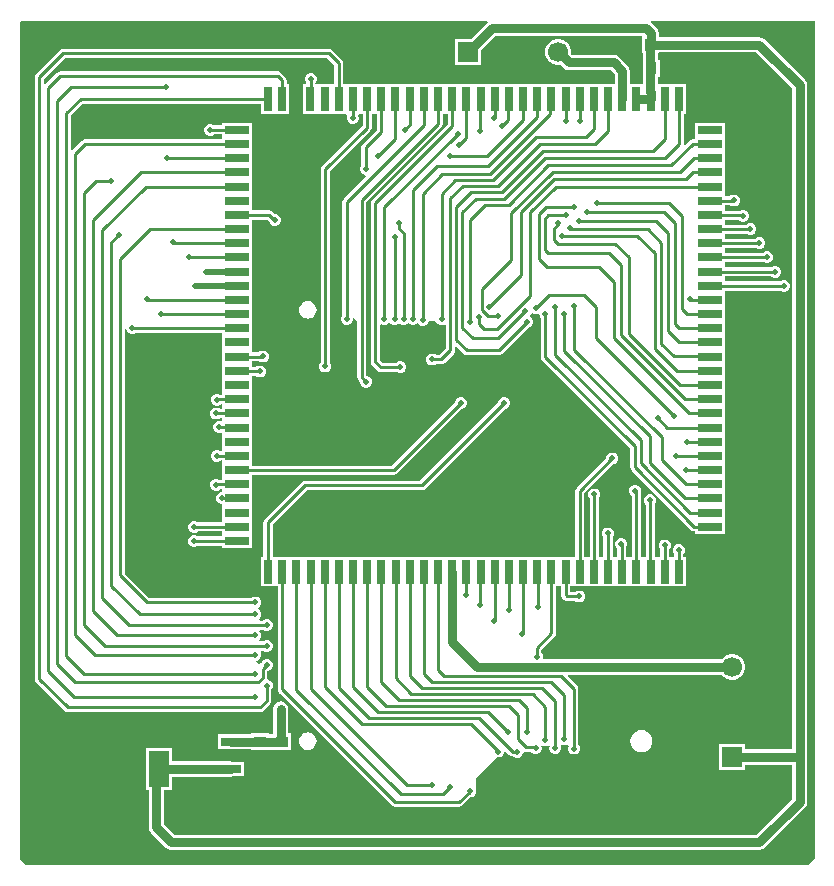
<source format=gtl>
G04*
G04 #@! TF.GenerationSoftware,Altium Limited,Altium Designer,22.1.2 (22)*
G04*
G04 Layer_Physical_Order=1*
G04 Layer_Color=255*
%FSLAX25Y25*%
%MOIN*%
G70*
G04*
G04 #@! TF.SameCoordinates,691D6CEF-7681-4429-9CE0-D2776B591AA1*
G04*
G04*
G04 #@! TF.FilePolarity,Positive*
G04*
G01*
G75*
%ADD11C,0.01000*%
%ADD17R,0.03858X0.03661*%
%ADD18R,0.03661X0.03858*%
%ADD19R,0.07874X0.02756*%
%ADD20R,0.02756X0.07874*%
%ADD21R,0.06693X0.02953*%
%ADD22R,0.06693X0.12205*%
%ADD32C,0.03000*%
%ADD33C,0.02000*%
%ADD34C,0.06693*%
%ADD35R,0.06693X0.06693*%
%ADD36R,0.06693X0.06693*%
%ADD37C,0.01968*%
G36*
X168971Y96367D02*
Y-182867D01*
X166867Y-184971D01*
X-93866D01*
X-95971Y-182867D01*
Y95867D01*
X-95367Y96471D01*
X59798D01*
X59949Y95971D01*
X59698Y95802D01*
X54242Y90346D01*
X49154D01*
Y81653D01*
X57846D01*
Y86742D01*
X62556Y91451D01*
X110925D01*
X111393Y91375D01*
Y85517D01*
X111675D01*
Y83429D01*
X111638D01*
Y77571D01*
X111675D01*
Y75187D01*
X107373D01*
Y79621D01*
X107179Y80596D01*
X106627Y81423D01*
X103748Y84302D01*
X102921Y84855D01*
X101945Y85049D01*
X88164D01*
X87844Y85418D01*
X87846Y85428D01*
Y86572D01*
X87550Y87678D01*
X86978Y88669D01*
X86169Y89478D01*
X85178Y90050D01*
X84072Y90346D01*
X82928D01*
X81822Y90050D01*
X80831Y89478D01*
X80022Y88669D01*
X79450Y87678D01*
X79154Y86572D01*
Y85428D01*
X79450Y84322D01*
X80022Y83331D01*
X80831Y82522D01*
X81822Y81950D01*
X82928Y81653D01*
X84072D01*
X84288Y81711D01*
X85301Y80698D01*
X86128Y80145D01*
X87104Y79951D01*
X100890D01*
X102275Y78565D01*
Y75187D01*
X11866D01*
Y82164D01*
X11749Y82749D01*
X11418Y83245D01*
X8081Y86581D01*
X7585Y86913D01*
X7000Y87029D01*
X-81500D01*
X-82085Y86913D01*
X-82581Y86581D01*
X-90581Y78581D01*
X-90913Y78085D01*
X-91029Y77500D01*
Y-123000D01*
X-90913Y-123585D01*
X-90581Y-124081D01*
X-81081Y-133581D01*
X-80585Y-133913D01*
X-80000Y-134029D01*
X-16000D01*
X-15415Y-133913D01*
X-14919Y-133581D01*
X-12610Y-131273D01*
X-12279Y-130777D01*
X-12162Y-130192D01*
Y-126491D01*
X-12009Y-126338D01*
X-11707Y-125609D01*
Y-124819D01*
X-12009Y-124090D01*
X-12568Y-123532D01*
X-13297Y-123230D01*
X-13526Y-122730D01*
X-13486Y-122529D01*
Y-120426D01*
X-13297D01*
X-12568Y-120124D01*
X-12009Y-119565D01*
X-11707Y-118836D01*
Y-118047D01*
X-12009Y-117317D01*
X-12568Y-116759D01*
X-13297Y-116457D01*
X-14086D01*
X-14816Y-116759D01*
X-15374Y-117317D01*
X-15557Y-117759D01*
X-16138Y-118015D01*
X-17128Y-117484D01*
X-17114Y-117174D01*
X-17047Y-116960D01*
X-16376Y-116682D01*
X-15818Y-116124D01*
X-15516Y-115395D01*
Y-114605D01*
X-15754Y-114029D01*
X-15511Y-113529D01*
X-14968D01*
X-14816Y-113682D01*
X-14086Y-113984D01*
X-13297D01*
X-12568Y-113682D01*
X-12009Y-113124D01*
X-11707Y-112395D01*
Y-111605D01*
X-12009Y-110876D01*
X-12568Y-110318D01*
X-13297Y-110016D01*
X-14086D01*
X-14816Y-110318D01*
X-14968Y-110471D01*
X-15957D01*
X-16164Y-109971D01*
X-15818Y-109624D01*
X-15516Y-108895D01*
Y-108105D01*
X-15818Y-107376D01*
X-16098Y-107096D01*
X-15891Y-106596D01*
X-14968D01*
X-14816Y-106749D01*
X-14086Y-107051D01*
X-13297D01*
X-12568Y-106749D01*
X-12009Y-106190D01*
X-11707Y-105461D01*
Y-104672D01*
X-12009Y-103942D01*
X-12568Y-103384D01*
X-13297Y-103082D01*
X-14086D01*
X-14816Y-103384D01*
X-14968Y-103537D01*
X-16026D01*
X-16231Y-103037D01*
X-15818Y-102624D01*
X-15516Y-101895D01*
Y-101105D01*
X-15818Y-100376D01*
X-16376Y-99818D01*
X-16490Y-99771D01*
Y-99229D01*
X-16376Y-99182D01*
X-15818Y-98624D01*
X-15516Y-97895D01*
Y-97105D01*
X-15818Y-96376D01*
X-16376Y-95818D01*
X-17105Y-95516D01*
X-17895D01*
X-18624Y-95818D01*
X-18777Y-95971D01*
X-52867D01*
X-60971Y-87866D01*
Y-6428D01*
X-60484Y-6395D01*
X-60182Y-7124D01*
X-59624Y-7682D01*
X-58895Y-7984D01*
X-58105D01*
X-57376Y-7682D01*
X-57280Y-7587D01*
X-28447D01*
Y-13216D01*
Y-17941D01*
Y-22665D01*
Y-28281D01*
X-29052D01*
X-29131Y-28202D01*
X-29860Y-27900D01*
X-30650D01*
X-31379Y-28202D01*
X-31937Y-28760D01*
X-32239Y-29490D01*
Y-30279D01*
X-31937Y-31008D01*
X-31379Y-31567D01*
X-30650Y-31869D01*
X-29860D01*
X-29131Y-31567D01*
X-28947Y-31382D01*
X-28447Y-31442D01*
Y-32951D01*
X-29259D01*
X-29392Y-32818D01*
X-30121Y-32516D01*
X-30910D01*
X-31640Y-32818D01*
X-32198Y-33376D01*
X-32500Y-34105D01*
Y-34895D01*
X-32198Y-35624D01*
X-31640Y-36182D01*
X-30910Y-36484D01*
X-30121D01*
X-29392Y-36182D01*
X-29219Y-36010D01*
X-28447D01*
Y-36747D01*
X-28709Y-37014D01*
X-28862Y-37116D01*
X-29105Y-37016D01*
X-29895D01*
X-30624Y-37318D01*
X-31182Y-37876D01*
X-31484Y-38605D01*
Y-39395D01*
X-31182Y-40124D01*
X-30624Y-40682D01*
X-29895Y-40984D01*
X-29105D01*
X-28862Y-40884D01*
X-28447Y-41161D01*
Y-47104D01*
X-29089D01*
X-29242Y-46952D01*
X-29972Y-46650D01*
X-30761D01*
X-31490Y-46952D01*
X-32048Y-47510D01*
X-32350Y-48239D01*
Y-49029D01*
X-32048Y-49758D01*
X-31490Y-50316D01*
X-30761Y-50618D01*
X-29972D01*
X-29242Y-50316D01*
X-29089Y-50163D01*
X-28447D01*
Y-56639D01*
X-29325D01*
X-29392Y-56572D01*
X-30121Y-56270D01*
X-30910D01*
X-31640Y-56572D01*
X-32198Y-57130D01*
X-32500Y-57859D01*
Y-58649D01*
X-32198Y-59378D01*
X-31640Y-59936D01*
X-30910Y-60238D01*
X-30121D01*
X-29392Y-59936D01*
X-29153Y-59698D01*
X-28447D01*
Y-60759D01*
X-28910D01*
X-29640Y-61061D01*
X-30198Y-61619D01*
X-30500Y-62348D01*
Y-63138D01*
X-30198Y-63867D01*
X-29640Y-64425D01*
X-28910Y-64727D01*
X-28447D01*
Y-70783D01*
X-36642D01*
X-36738Y-70687D01*
X-37467Y-70385D01*
X-38256D01*
X-38986Y-70687D01*
X-39544Y-71245D01*
X-39846Y-71975D01*
Y-72764D01*
X-39544Y-73493D01*
X-38986Y-74051D01*
X-38256Y-74354D01*
X-37467D01*
X-36738Y-74051D01*
X-36528Y-73842D01*
X-28447D01*
Y-75505D01*
X-36703D01*
X-36802Y-75406D01*
X-37531Y-75103D01*
X-38321D01*
X-39050Y-75406D01*
X-39608Y-75964D01*
X-39910Y-76693D01*
Y-77482D01*
X-39608Y-78212D01*
X-39050Y-78770D01*
X-38321Y-79072D01*
X-37531D01*
X-36802Y-78770D01*
X-36595Y-78563D01*
X-28447D01*
Y-79358D01*
X-18573D01*
Y-74634D01*
Y-69909D01*
Y-65185D01*
Y-60461D01*
Y-54958D01*
X28571D01*
X29156Y-54842D01*
X29652Y-54511D01*
X51179Y-32984D01*
X51395D01*
X52124Y-32682D01*
X52682Y-32124D01*
X52984Y-31395D01*
Y-30605D01*
X52682Y-29876D01*
X52124Y-29318D01*
X51395Y-29016D01*
X50605D01*
X49876Y-29318D01*
X49318Y-29876D01*
X49016Y-30605D01*
Y-30821D01*
X27937Y-51900D01*
X-18573D01*
Y-46287D01*
Y-41563D01*
Y-36839D01*
Y-32114D01*
Y-27390D01*
Y-21923D01*
X-17383D01*
X-17124Y-22182D01*
X-16395Y-22484D01*
X-15605D01*
X-14876Y-22182D01*
X-14318Y-21624D01*
X-14016Y-20895D01*
Y-20105D01*
X-14318Y-19376D01*
X-14876Y-18818D01*
X-15605Y-18516D01*
X-16395D01*
X-17124Y-18818D01*
X-17170Y-18864D01*
X-18573D01*
Y-17061D01*
X-16245D01*
X-16124Y-17182D01*
X-15395Y-17484D01*
X-14605D01*
X-13876Y-17182D01*
X-13318Y-16624D01*
X-13016Y-15895D01*
Y-15105D01*
X-13318Y-14376D01*
X-13876Y-13818D01*
X-14605Y-13516D01*
X-15395D01*
X-16124Y-13818D01*
X-16308Y-14002D01*
X-18573D01*
Y-8492D01*
Y-3768D01*
Y957D01*
Y5681D01*
Y10406D01*
Y15130D01*
Y19854D01*
Y24579D01*
Y30152D01*
X-13466D01*
X-12984Y29670D01*
Y29605D01*
X-12682Y28876D01*
X-12124Y28318D01*
X-11395Y28016D01*
X-10605D01*
X-9876Y28318D01*
X-9318Y28876D01*
X-9016Y29605D01*
Y30395D01*
X-9318Y31124D01*
X-9876Y31682D01*
X-10605Y31984D01*
X-10972D01*
X-11751Y32763D01*
X-12247Y33094D01*
X-12832Y33211D01*
X-18573D01*
Y38752D01*
Y43476D01*
Y48201D01*
Y52925D01*
Y57650D01*
Y62406D01*
X-28447D01*
Y61557D01*
X-31251D01*
X-31376Y61682D01*
X-32105Y61984D01*
X-32895D01*
X-33624Y61682D01*
X-34182Y61124D01*
X-34484Y60395D01*
Y59605D01*
X-34182Y58876D01*
X-33624Y58318D01*
X-32895Y58016D01*
X-32105D01*
X-31376Y58318D01*
X-31196Y58498D01*
X-28447D01*
Y56833D01*
X-74197D01*
X-74782Y56716D01*
X-75278Y56385D01*
X-78471Y53192D01*
X-78908Y53329D01*
X-78971Y53377D01*
Y64867D01*
X-75116Y68721D01*
X-15664D01*
Y65313D01*
X-6183D01*
Y75187D01*
X-7032D01*
Y76561D01*
X-7148Y77147D01*
X-7480Y77643D01*
X-8919Y79081D01*
X-9415Y79413D01*
X-10000Y79529D01*
X-82500D01*
X-83085Y79413D01*
X-83581Y79081D01*
X-87471Y75192D01*
X-87908Y75329D01*
X-87971Y75377D01*
Y76867D01*
X-80866Y83971D01*
X6367D01*
X8807Y81530D01*
Y75187D01*
X2529D01*
Y75723D01*
X2682Y75876D01*
X2984Y76605D01*
Y77395D01*
X2682Y78124D01*
X2124Y78682D01*
X1395Y78984D01*
X605D01*
X-124Y78682D01*
X-682Y78124D01*
X-984Y77395D01*
Y76605D01*
X-682Y75876D01*
X-529Y75723D01*
Y75187D01*
X-1491D01*
Y65313D01*
X12855D01*
X13189Y64813D01*
X13016Y64395D01*
Y63605D01*
X13318Y62876D01*
X13876Y62318D01*
X14605Y62016D01*
X15395D01*
X16124Y62318D01*
X16682Y62876D01*
X16984Y63605D01*
Y64395D01*
X16811Y64813D01*
X17145Y65313D01*
X18256D01*
Y61418D01*
X4773Y47936D01*
X4441Y47439D01*
X4325Y46854D01*
Y-17551D01*
X4172Y-17704D01*
X3870Y-18433D01*
Y-19223D01*
X4172Y-19952D01*
X4730Y-20510D01*
X5460Y-20812D01*
X6249D01*
X6978Y-20510D01*
X7536Y-19952D01*
X7838Y-19223D01*
Y-18433D01*
X7536Y-17704D01*
X7384Y-17551D01*
Y46221D01*
X20866Y59704D01*
X21198Y60200D01*
X21314Y60785D01*
Y65313D01*
X22975D01*
Y60108D01*
X18299Y55432D01*
X17968Y54936D01*
X17851Y54350D01*
Y48275D01*
X17698Y48122D01*
X17396Y47393D01*
Y46604D01*
X17698Y45874D01*
X18257Y45316D01*
X18986Y45014D01*
X19138D01*
X19345Y44514D01*
X11919Y37087D01*
X11587Y36591D01*
X11471Y36006D01*
Y-1744D01*
X11318Y-1897D01*
X11016Y-2626D01*
Y-3416D01*
X11318Y-4145D01*
X11876Y-4703D01*
X12605Y-5005D01*
X13395D01*
X14124Y-4703D01*
X14682Y-4145D01*
X14984Y-3416D01*
Y-2837D01*
X15477Y-2610D01*
X16471Y-3517D01*
Y-22466D01*
X16587Y-23052D01*
X16919Y-23548D01*
X17415Y-24044D01*
Y-24260D01*
X17717Y-24990D01*
X18275Y-25548D01*
X19004Y-25850D01*
X19794D01*
X20523Y-25548D01*
X21081Y-24990D01*
X21383Y-24260D01*
Y-23471D01*
X21081Y-22742D01*
X20523Y-22183D01*
X19794Y-21881D01*
X19578D01*
X19529Y-21833D01*
Y35976D01*
X44488Y60935D01*
X44820Y61431D01*
X44936Y62016D01*
Y65313D01*
X46602D01*
Y61989D01*
X21419Y36805D01*
X21087Y36309D01*
X20971Y35724D01*
Y-17303D01*
X21087Y-17888D01*
X21419Y-18384D01*
X23229Y-20195D01*
X23726Y-20527D01*
X24311Y-20643D01*
X29556D01*
X29708Y-20796D01*
X30438Y-21098D01*
X31227D01*
X31956Y-20796D01*
X32515Y-20238D01*
X32817Y-19508D01*
Y-18719D01*
X32515Y-17990D01*
X31956Y-17432D01*
X31227Y-17130D01*
X30438D01*
X29708Y-17432D01*
X29556Y-17584D01*
X24944D01*
X24029Y-16669D01*
Y-4989D01*
X24529Y-4746D01*
X25105Y-4984D01*
X25895D01*
X26624Y-4682D01*
X26843Y-4464D01*
X27237Y-4205D01*
X27496Y-4464D01*
X27795Y-4763D01*
X28525Y-5065D01*
X29314D01*
X30043Y-4763D01*
X30488Y-4318D01*
X30864Y-4694D01*
X31593Y-4996D01*
X32383D01*
X33112Y-4694D01*
X33500Y-4306D01*
X33945Y-4751D01*
X34674Y-5053D01*
X35464D01*
X36193Y-4751D01*
X36606Y-4338D01*
X37163Y-4895D01*
X37893Y-5197D01*
X38682D01*
X39411Y-4895D01*
X39970Y-4337D01*
X40272Y-3607D01*
X42095D01*
X42476Y-3607D01*
X42805Y-3971D01*
X42904Y-4211D01*
X43463Y-4769D01*
X44192Y-5071D01*
X44981D01*
X45471Y-4868D01*
X45971Y-5162D01*
Y-12867D01*
X43867Y-14971D01*
X42777D01*
X42624Y-14818D01*
X41895Y-14516D01*
X41105D01*
X40376Y-14818D01*
X39818Y-15376D01*
X39516Y-16105D01*
Y-16895D01*
X39818Y-17624D01*
X40376Y-18182D01*
X41105Y-18484D01*
X41895D01*
X42624Y-18182D01*
X42777Y-18029D01*
X44500D01*
X45085Y-17913D01*
X45581Y-17581D01*
X48581Y-14581D01*
X48913Y-14085D01*
X49029Y-13500D01*
Y-12346D01*
X49491Y-12154D01*
X51919Y-14581D01*
X52415Y-14913D01*
X53000Y-15029D01*
X63603D01*
X64188Y-14913D01*
X64684Y-14581D01*
X73324Y-5942D01*
X73425D01*
X74154Y-5640D01*
X74712Y-5081D01*
X75014Y-4352D01*
Y-3563D01*
X74712Y-2833D01*
X74154Y-2275D01*
X74138Y-2269D01*
X74041Y-1778D01*
X74209Y-1611D01*
X74341Y-1291D01*
X74835Y-1077D01*
X75564Y-1379D01*
X76354D01*
X76748Y-1216D01*
X77248Y-1550D01*
Y-1662D01*
X77550Y-2392D01*
X77703Y-2544D01*
Y-15732D01*
X77819Y-16318D01*
X78151Y-16814D01*
X107471Y-46134D01*
Y-52500D01*
X107587Y-53085D01*
X107919Y-53581D01*
X127673Y-73336D01*
X128169Y-73667D01*
X128754Y-73784D01*
X129049D01*
Y-74632D01*
X138923D01*
Y-69908D01*
Y-65184D01*
Y-60459D01*
Y-55735D01*
Y-51010D01*
Y-46286D01*
Y-41561D01*
Y-36837D01*
Y-32113D01*
Y-27388D01*
Y-22664D01*
Y-17939D01*
Y-13215D01*
Y-8491D01*
Y-3766D01*
Y958D01*
Y6466D01*
X157392D01*
X157610Y6247D01*
X158340Y5945D01*
X159129D01*
X159858Y6247D01*
X160417Y6805D01*
X160719Y7535D01*
Y8324D01*
X160417Y9053D01*
X159858Y9612D01*
X159129Y9914D01*
X158340D01*
X157610Y9612D01*
X157523Y9524D01*
X138923D01*
Y11179D01*
X154428D01*
X154657Y10950D01*
X155387Y10648D01*
X156176D01*
X156905Y10950D01*
X157464Y11508D01*
X157766Y12238D01*
Y13027D01*
X157464Y13756D01*
X156905Y14314D01*
X156176Y14616D01*
X155387D01*
X154657Y14314D01*
X154581Y14238D01*
X138923D01*
Y15995D01*
X151795D01*
X151933Y15857D01*
X152662Y15555D01*
X153451D01*
X154181Y15857D01*
X154739Y16415D01*
X155041Y17144D01*
Y17934D01*
X154739Y18663D01*
X154181Y19221D01*
X153451Y19523D01*
X152662D01*
X151933Y19221D01*
X151765Y19054D01*
X138923D01*
Y20714D01*
X149287D01*
X149430Y20571D01*
X150160Y20268D01*
X150949D01*
X151678Y20571D01*
X152236Y21129D01*
X152539Y21858D01*
Y22647D01*
X152236Y23377D01*
X151678Y23935D01*
X150949Y24237D01*
X150160D01*
X149430Y23935D01*
X149268Y23773D01*
X138923D01*
Y25416D01*
X146256D01*
X146422Y25250D01*
X147152Y24948D01*
X147941D01*
X148670Y25250D01*
X149228Y25808D01*
X149530Y26537D01*
Y27327D01*
X149228Y28056D01*
X148670Y28614D01*
X147941Y28916D01*
X147152D01*
X146422Y28614D01*
X146283Y28474D01*
X138923D01*
Y30010D01*
X143631D01*
X143927Y29714D01*
X144656Y29412D01*
X145446D01*
X146175Y29714D01*
X146733Y30272D01*
X147035Y31001D01*
Y31791D01*
X146733Y32520D01*
X146175Y33078D01*
X145446Y33380D01*
X144656D01*
X143927Y33078D01*
X143917Y33069D01*
X138923D01*
Y34924D01*
X140770D01*
X140876Y34818D01*
X141605Y34516D01*
X142395D01*
X143124Y34818D01*
X143682Y35376D01*
X143984Y36105D01*
Y36895D01*
X143682Y37624D01*
X143124Y38182D01*
X142395Y38484D01*
X141605D01*
X140876Y38182D01*
X140677Y37983D01*
X138923D01*
Y43478D01*
Y48202D01*
Y52927D01*
Y57651D01*
Y62407D01*
X129049D01*
Y56834D01*
X128305D01*
X127719Y56718D01*
X127223Y56386D01*
X125687Y54850D01*
X125226Y55097D01*
X125251Y55222D01*
Y65313D01*
X126100D01*
Y75187D01*
X116773D01*
Y77571D01*
X117299D01*
Y83429D01*
X116773D01*
Y85517D01*
X117055D01*
Y85897D01*
X149498D01*
X161434Y73961D01*
Y-146451D01*
X145846D01*
Y-144653D01*
X137153D01*
Y-153347D01*
X145846D01*
Y-151549D01*
X161434D01*
Y-162961D01*
X149461Y-174934D01*
X-44461D01*
X-47968Y-171427D01*
Y-160102D01*
X-45154D01*
Y-155549D01*
X-25500D01*
X-25135Y-155476D01*
X-21154D01*
Y-150524D01*
X-25135D01*
X-25500Y-150451D01*
X-45154D01*
Y-145898D01*
X-53847D01*
Y-160102D01*
X-53066D01*
Y-172483D01*
X-52872Y-173459D01*
X-52319Y-174285D01*
X-47319Y-179286D01*
X-46492Y-179838D01*
X-45517Y-180032D01*
X150517D01*
X151492Y-179838D01*
X152319Y-179286D01*
X165786Y-165819D01*
X166338Y-164992D01*
X166532Y-164017D01*
Y-150000D01*
Y75017D01*
X166338Y75992D01*
X165786Y76819D01*
X152357Y90248D01*
X151530Y90801D01*
X150554Y90995D01*
X117055D01*
Y91375D01*
X117049D01*
Y92243D01*
X116855Y93218D01*
X116302Y94045D01*
X114545Y95802D01*
X114293Y95971D01*
X114445Y96471D01*
X168867D01*
X168971Y96367D01*
D02*
G37*
%LPC*%
G36*
X0Y2929D02*
X-758Y2829D01*
X-1464Y2536D01*
X-2071Y2071D01*
X-2536Y1464D01*
X-2829Y758D01*
X-2929Y0D01*
X-2829Y-758D01*
X-2536Y-1464D01*
X-2071Y-2071D01*
X-1464Y-2536D01*
X-758Y-2829D01*
X0Y-2929D01*
X758Y-2829D01*
X1464Y-2536D01*
X2071Y-2071D01*
X2536Y-1464D01*
X2829Y-758D01*
X2929Y0D01*
X2829Y758D01*
X2536Y1464D01*
X2071Y2071D01*
X1464Y2536D01*
X758Y2829D01*
X0Y2929D01*
D02*
G37*
G36*
X65895Y-29016D02*
X65105D01*
X64376Y-29318D01*
X63818Y-29876D01*
X63516Y-30605D01*
Y-30821D01*
X37367Y-56971D01*
X-1000D01*
X-1585Y-57087D01*
X-2081Y-57419D01*
X-14352Y-69689D01*
X-14683Y-70185D01*
X-14800Y-70771D01*
Y-82270D01*
X-15649D01*
Y-92144D01*
X-10076D01*
Y-126454D01*
X-9959Y-127039D01*
X-9628Y-127535D01*
X27919Y-165081D01*
X28415Y-165413D01*
X29000Y-165529D01*
X50500D01*
X51085Y-165413D01*
X51581Y-165081D01*
X54179Y-162484D01*
X54395D01*
X55124Y-162182D01*
X55682Y-161624D01*
X55984Y-160895D01*
Y-156188D01*
X63002Y-149170D01*
X63792D01*
X64521Y-148868D01*
X65079Y-148310D01*
X65381Y-147580D01*
Y-147251D01*
X65881Y-147044D01*
X67202Y-148365D01*
X67699Y-148697D01*
X68284Y-148813D01*
X68567D01*
X68719Y-148966D01*
X69449Y-149268D01*
X70238D01*
X70967Y-148966D01*
X71526Y-148408D01*
X71828Y-147678D01*
Y-147515D01*
X72328Y-147247D01*
X72815Y-147344D01*
X74538D01*
X74876Y-147682D01*
X75605Y-147984D01*
X76395D01*
X77124Y-147682D01*
X77682Y-147124D01*
X77984Y-146395D01*
Y-145605D01*
X77870Y-145329D01*
X78266Y-144980D01*
X78838Y-145217D01*
X79627D01*
X80241Y-144962D01*
X80585Y-145217D01*
X80644Y-145295D01*
X80516Y-145605D01*
Y-146395D01*
X80818Y-147124D01*
X81376Y-147682D01*
X82105Y-147984D01*
X82895D01*
X83624Y-147682D01*
X84182Y-147124D01*
X84484Y-146395D01*
Y-145605D01*
X84316Y-145198D01*
X84698Y-144816D01*
X85105Y-144984D01*
X85895D01*
X86297Y-144818D01*
X86874Y-145085D01*
X86918Y-145252D01*
X86697Y-145786D01*
Y-146576D01*
X86999Y-147305D01*
X87557Y-147863D01*
X88286Y-148165D01*
X89076D01*
X89805Y-147863D01*
X90363Y-147305D01*
X90665Y-146576D01*
Y-145786D01*
X90363Y-145057D01*
X90210Y-144904D01*
Y-126181D01*
X90094Y-125596D01*
X89763Y-125100D01*
X86674Y-122011D01*
X86865Y-121549D01*
X137953D01*
X138022Y-121669D01*
X138831Y-122478D01*
X139822Y-123050D01*
X140928Y-123346D01*
X142072D01*
X143178Y-123050D01*
X144169Y-122478D01*
X144978Y-121669D01*
X145550Y-120678D01*
X145846Y-119572D01*
Y-118428D01*
X145550Y-117322D01*
X144978Y-116331D01*
X144169Y-115522D01*
X143178Y-114950D01*
X142072Y-114654D01*
X140928D01*
X139822Y-114950D01*
X138831Y-115522D01*
X138022Y-116331D01*
X137953Y-116451D01*
X78523D01*
X78246Y-116035D01*
X78297Y-115910D01*
Y-115121D01*
X77995Y-114392D01*
X77843Y-114239D01*
Y-113320D01*
X82299Y-108864D01*
X82631Y-108368D01*
X82747Y-107782D01*
Y-92144D01*
X84413D01*
Y-94914D01*
X84529Y-95499D01*
X84861Y-95996D01*
X85446Y-96581D01*
X85943Y-96913D01*
X86528Y-97029D01*
X89223D01*
X89376Y-97182D01*
X90105Y-97484D01*
X90895D01*
X91624Y-97182D01*
X92182Y-96624D01*
X92484Y-95895D01*
Y-95105D01*
X92182Y-94376D01*
X91624Y-93818D01*
X90895Y-93516D01*
X90105D01*
X89376Y-93818D01*
X89223Y-93971D01*
X87471D01*
Y-92144D01*
X126115D01*
Y-82270D01*
X125210D01*
Y-81349D01*
X125306Y-81253D01*
X125608Y-80523D01*
Y-79734D01*
X125306Y-79005D01*
X124748Y-78447D01*
X124018Y-78145D01*
X123229D01*
X122500Y-78447D01*
X121941Y-79005D01*
X121639Y-79734D01*
Y-80523D01*
X121941Y-81253D01*
X122151Y-81462D01*
Y-82270D01*
X120542D01*
Y-79764D01*
X120682Y-79624D01*
X120984Y-78895D01*
Y-78105D01*
X120682Y-77376D01*
X120124Y-76818D01*
X119395Y-76516D01*
X118605D01*
X117876Y-76818D01*
X117318Y-77376D01*
X117016Y-78105D01*
Y-78895D01*
X117318Y-79624D01*
X117483Y-79790D01*
Y-82270D01*
X115724D01*
Y-64658D01*
X115783Y-64599D01*
X116086Y-63869D01*
Y-63080D01*
X115783Y-62351D01*
X115225Y-61792D01*
X114496Y-61490D01*
X113707D01*
X112977Y-61792D01*
X112419Y-62351D01*
X112117Y-63080D01*
Y-63869D01*
X112419Y-64599D01*
X112665Y-64845D01*
Y-82270D01*
X111061D01*
Y-60916D01*
X111028Y-60749D01*
X111083Y-60615D01*
Y-59826D01*
X110781Y-59097D01*
X110223Y-58539D01*
X109494Y-58237D01*
X108704D01*
X107975Y-58539D01*
X107417Y-59097D01*
X107115Y-59826D01*
Y-60615D01*
X107417Y-61345D01*
X107975Y-61903D01*
X108003Y-61914D01*
Y-82270D01*
X106199D01*
Y-79083D01*
X106484Y-78395D01*
Y-77605D01*
X106182Y-76876D01*
X105624Y-76318D01*
X104895Y-76016D01*
X104105D01*
X103376Y-76318D01*
X102818Y-76876D01*
X102516Y-77605D01*
Y-78395D01*
X102818Y-79124D01*
X103140Y-79447D01*
Y-82270D01*
X101587D01*
Y-75719D01*
X101682Y-75624D01*
X101984Y-74895D01*
Y-74105D01*
X101682Y-73376D01*
X101124Y-72818D01*
X100395Y-72516D01*
X99605D01*
X98876Y-72818D01*
X98318Y-73376D01*
X98016Y-74105D01*
Y-74895D01*
X98318Y-75624D01*
X98528Y-75834D01*
Y-82270D01*
X96975D01*
Y-62831D01*
X97182Y-62624D01*
X97484Y-61895D01*
Y-61105D01*
X97182Y-60376D01*
X96624Y-59818D01*
X95895Y-59516D01*
X95105D01*
X94376Y-59818D01*
X93818Y-60376D01*
X93516Y-61105D01*
Y-61895D01*
X93818Y-62624D01*
X93916Y-62722D01*
Y-82270D01*
X92196D01*
Y-60967D01*
X101679Y-51484D01*
X101895D01*
X102624Y-51182D01*
X103182Y-50624D01*
X103484Y-49895D01*
Y-49105D01*
X103182Y-48376D01*
X102624Y-47818D01*
X101895Y-47516D01*
X101105D01*
X100376Y-47818D01*
X99818Y-48376D01*
X99516Y-49105D01*
Y-49321D01*
X89585Y-59252D01*
X89253Y-59748D01*
X89137Y-60334D01*
Y-82270D01*
X-11741D01*
Y-71404D01*
X-366Y-60029D01*
X38000D01*
X38585Y-59913D01*
X39081Y-59581D01*
X65679Y-32984D01*
X65895D01*
X66624Y-32682D01*
X67182Y-32124D01*
X67484Y-31395D01*
Y-30605D01*
X67182Y-29876D01*
X66624Y-29318D01*
X65895Y-29016D01*
D02*
G37*
G36*
X-9000Y-130451D02*
X-9975Y-130645D01*
X-10802Y-131198D01*
X-11355Y-132025D01*
X-11549Y-133000D01*
Y-141451D01*
X-13071D01*
Y-141169D01*
X-18929D01*
Y-141396D01*
X-25500D01*
X-25865Y-141469D01*
X-29846D01*
Y-146421D01*
X-25865D01*
X-25500Y-146494D01*
X-18929D01*
Y-146831D01*
X-13071D01*
Y-146549D01*
X-11429D01*
Y-146831D01*
X-5571D01*
Y-141169D01*
X-6451D01*
Y-133000D01*
X-6645Y-132025D01*
X-7198Y-131198D01*
X-8025Y-130645D01*
X-9000Y-130451D01*
D02*
G37*
G36*
X-0Y-140772D02*
X-758Y-140872D01*
X-1464Y-141165D01*
X-2071Y-141630D01*
X-2536Y-142236D01*
X-2829Y-142943D01*
X-2929Y-143701D01*
X-2829Y-144459D01*
X-2536Y-145165D01*
X-2071Y-145772D01*
X-1464Y-146237D01*
X-758Y-146530D01*
X-0Y-146629D01*
X758Y-146530D01*
X1464Y-146237D01*
X2071Y-145772D01*
X2536Y-145165D01*
X2829Y-144459D01*
X2929Y-143701D01*
X2829Y-142943D01*
X2536Y-142236D01*
X2071Y-141630D01*
X1464Y-141165D01*
X758Y-140872D01*
X-0Y-140772D01*
D02*
G37*
G36*
X111221Y-140040D02*
X110273Y-140164D01*
X109390Y-140530D01*
X108632Y-141112D01*
X108050Y-141870D01*
X107684Y-142753D01*
X107559Y-143701D01*
X107684Y-144648D01*
X108050Y-145531D01*
X108632Y-146290D01*
X109390Y-146872D01*
X110273Y-147237D01*
X111221Y-147362D01*
X112168Y-147237D01*
X113051Y-146872D01*
X113809Y-146290D01*
X114391Y-145531D01*
X114757Y-144648D01*
X114882Y-143701D01*
X114757Y-142753D01*
X114391Y-141870D01*
X113809Y-141112D01*
X113051Y-140530D01*
X112168Y-140164D01*
X111221Y-140040D01*
D02*
G37*
%LPD*%
D11*
X76933Y17067D02*
X79693Y14307D01*
X76933Y17067D02*
Y31933D01*
X79693Y14307D02*
X97195D01*
X79323Y34323D02*
X88733D01*
X76933Y31933D02*
X79323Y34323D01*
X49500Y-10000D02*
X53000Y-13500D01*
X63603D01*
X49500Y-10000D02*
Y34328D01*
X51500Y-6000D02*
X55000Y-9500D01*
X63507D01*
X51500Y-6000D02*
Y32500D01*
X56037Y37037D01*
X65537D01*
X80157Y31594D02*
X85968D01*
X78933Y30369D02*
X80157Y31594D01*
X76313Y-115516D02*
Y-112687D01*
X81218Y-107782D01*
X81000Y-124000D02*
X85500Y-128500D01*
X41500Y-124000D02*
X81000D01*
X78000Y-126000D02*
X82500Y-130500D01*
Y-146000D02*
Y-130500D01*
X45500Y-122000D02*
X84500D01*
X38000Y-126000D02*
X78000D01*
X84500Y-122000D02*
X88681Y-126181D01*
X-15016Y-122529D02*
Y-119766D01*
X-13692Y-118441D01*
X34500Y-128000D02*
X75000D01*
X79232Y-132232D01*
X52871Y-94871D02*
X53000Y-95000D01*
X52871Y-94871D02*
Y-87207D01*
X81218Y-107782D02*
Y-87207D01*
X-81500Y85500D02*
X7000D01*
X10336Y70250D02*
Y82164D01*
X7000Y85500D02*
X10336Y82164D01*
X-89500Y77500D02*
X-81500Y85500D01*
X-70475Y43025D02*
X-65475D01*
X-74500Y39000D02*
X-70475Y43025D01*
X-74500Y-105000D02*
Y39000D01*
X-77500Y52000D02*
X-74197Y55303D01*
X-23510D01*
X-77500Y-108500D02*
Y52000D01*
X-80500Y65500D02*
X-75750Y70250D01*
X-80500Y-115500D02*
Y65500D01*
X-75750Y70250D02*
X-13286D01*
X-78833Y74167D02*
X-47292D01*
X-83500Y-118000D02*
Y69500D01*
X-78833Y74167D01*
X158669Y7995D02*
X158734Y7929D01*
X134052Y7995D02*
X158669D01*
X133986Y8061D02*
X134052Y7995D01*
X133986Y12785D02*
X134063Y12709D01*
X155705D02*
X155781Y12632D01*
X134063Y12709D02*
X155705D01*
X-10000Y78000D02*
X-8561Y76561D01*
X-82500Y78000D02*
X-10000D01*
X-8561Y70250D02*
Y76561D01*
X1000Y70363D02*
Y77000D01*
X887Y70250D02*
X1000Y70363D01*
X-32500Y60000D02*
X-32472Y60028D01*
X-23510D01*
X-47000Y50500D02*
X-46921Y50579D01*
X-23510D01*
X-71500Y30000D02*
X-55646Y45854D01*
X-71500Y-100500D02*
Y30000D01*
X-55646Y45854D02*
X-23510D01*
X-68500Y-96000D02*
Y26500D01*
X-53870Y41130D02*
X-23510D01*
X-68500Y26500D02*
X-53870Y41130D01*
X-65500Y22500D02*
X-62867Y25133D01*
X-65500Y-92000D02*
Y22500D01*
X-86500Y-120500D02*
Y74000D01*
X-82500Y78000D01*
X-89500Y-123000D02*
Y77500D01*
X-53500Y-97500D02*
X-17500D01*
X-62500Y-88500D02*
Y17000D01*
Y-88500D02*
X-53500Y-97500D01*
X-56000Y-101500D02*
X-17500D01*
X-65500Y-92000D02*
X-56000Y-101500D01*
X-59434Y-105066D02*
X-13692D01*
X-68500Y-96000D02*
X-59434Y-105066D01*
X-63500Y-108500D02*
X-17500D01*
X-71500Y-100500D02*
X-63500Y-108500D01*
X-67500Y-112000D02*
X-13692D01*
X-74500Y-105000D02*
X-67500Y-112000D01*
X-71000Y-115000D02*
X-17500D01*
X-77500Y-108500D02*
X-71000Y-115000D01*
X-74500Y-121500D02*
X-17500D01*
X-80500Y-115500D02*
X-74500Y-121500D01*
X-77516Y-123984D02*
X-16471D01*
X-83500Y-118000D02*
X-77516Y-123984D01*
X-78000Y-129000D02*
X-17500D01*
X-86500Y-120500D02*
X-78000Y-129000D01*
X-80000Y-132500D02*
X-16000D01*
X-89500Y-123000D02*
X-80000Y-132500D01*
X-16000D02*
X-13692Y-130192D01*
Y-125214D01*
X-52543Y26957D02*
X-23510D01*
X-62500Y17000D02*
X-52543Y26957D01*
X-16471Y-123984D02*
X-15016Y-122529D01*
X-23528Y12765D02*
X-23510Y12784D01*
X-33954Y12746D02*
X-33936Y12765D01*
X-37474Y8077D02*
X-37466Y8068D01*
X-23518D02*
X-23510Y8059D01*
X-58500Y-6000D02*
X-58443Y-6057D01*
X-23567D02*
X-23510Y-6114D01*
X-58443Y-6057D02*
X-23567D01*
X-48945Y-1445D02*
X-23565D01*
X-23510Y-1390D01*
X-49000Y-1500D02*
X-48945Y-1445D01*
X-39500Y17500D02*
X-39496Y17504D01*
X-23514D02*
X-23510Y17508D01*
X-39496Y17504D02*
X-23514D01*
X-23592Y3417D02*
X-23510Y3335D01*
X-53417Y3417D02*
X-23592D01*
X-53500Y3500D02*
X-53417Y3417D01*
X-23643Y22366D02*
X-23510Y22232D01*
X-44866Y22366D02*
X-23643D01*
X-45000Y22500D02*
X-44866Y22366D01*
X-37872Y-77034D02*
X-23563D01*
X-37805Y-72313D02*
X-23566D01*
X-37862Y-72369D02*
X-37805Y-72313D01*
X-37926Y-77088D02*
X-37872Y-77034D01*
X-23563D02*
X-23510Y-76980D01*
X-28484Y-62775D02*
X-23542D01*
X-30516Y-58254D02*
X-30430Y-58168D01*
X-23595D01*
X-30516Y-34500D02*
X-30496Y-34480D01*
X-23529D01*
X-28516Y-62743D02*
X-28484Y-62775D01*
X-23566Y-72313D02*
X-23510Y-72256D01*
X-23595Y-58168D02*
X-23510Y-58083D01*
X-23542Y-62775D02*
X-23510Y-62807D01*
X33000Y-158500D02*
X41500D01*
X903Y-126403D02*
X33000Y-158500D01*
X45000Y-161500D02*
X47500Y-159000D01*
X-3822Y-126678D02*
X31000Y-161500D01*
X45000D01*
X50500Y-164000D02*
X53931Y-160569D01*
X-8546Y-126454D02*
X29000Y-164000D01*
X50500D01*
X-30366Y-48634D02*
X-23510D01*
X-23602Y-39092D02*
X-23510Y-39185D01*
X-29408Y-39092D02*
X-23602D01*
X-29500Y-39000D02*
X-29408Y-39092D01*
X-23529Y-34480D02*
X-23510Y-34461D01*
X71634Y-107866D02*
Y-87341D01*
X57548Y-98452D02*
Y-87255D01*
X57596Y-87207D01*
X57500Y-98500D02*
X57548Y-98452D01*
X62195Y-103579D02*
X62257Y-103517D01*
Y-87269D01*
X71500Y-108000D02*
X71634Y-107866D01*
X62257Y-87269D02*
X62320Y-87207D01*
X71634Y-87341D02*
X71769Y-87207D01*
X-23584Y-29810D02*
X-23510Y-29736D01*
X-30255Y-29884D02*
X-30181Y-29810D01*
X-23584D01*
X-23510Y-20287D02*
X-23403Y-20394D01*
X-16106D02*
X-16000Y-20500D01*
X-23403Y-20394D02*
X-16106D01*
X-15032Y-15531D02*
X-15000Y-15500D01*
X-23510Y-15563D02*
X-23478Y-15531D01*
X-15032D01*
X54386Y-138000D02*
X63397Y-147011D01*
X5627Y-125627D02*
X18000Y-138000D01*
X54386D01*
X57000Y-136000D02*
X68284Y-147284D01*
X10351Y-125852D02*
X20500Y-136000D01*
X57000D01*
X15076Y-125576D02*
X23500Y-134000D01*
X59996D01*
X66736Y-140740D01*
X67000Y-132000D02*
X69903Y-134904D01*
X26000Y-132000D02*
X67000D01*
X69903Y-142903D02*
Y-134904D01*
X19800Y-125800D02*
X26000Y-132000D01*
X70500Y-130000D02*
X73071Y-132571D01*
X30500Y-130000D02*
X70500D01*
X73071Y-140531D02*
Y-132571D01*
X24525Y-124025D02*
X30500Y-130000D01*
X29249Y-122749D02*
X34500Y-128000D01*
X33974Y-121974D02*
X38000Y-126000D01*
X38698Y-121198D02*
X41500Y-124000D01*
X43422Y-119922D02*
X45500Y-122000D01*
X43422Y-119922D02*
Y-87207D01*
X38698Y-121198D02*
Y-87207D01*
X33974Y-121974D02*
Y-87207D01*
X29249Y-122749D02*
Y-87207D01*
X24525Y-124025D02*
Y-87207D01*
X19800Y-125800D02*
Y-87207D01*
X15076Y-125576D02*
Y-87207D01*
X10351Y-125852D02*
Y-87207D01*
X5627Y-125627D02*
Y-87207D01*
X-8546Y-126454D02*
Y-87207D01*
X-3822Y-126678D02*
Y-87207D01*
X903Y-126403D02*
Y-87207D01*
X69903Y-142903D02*
X71000Y-144000D01*
X72815Y-145815D02*
X75815D01*
X71000Y-144000D02*
X72815Y-145815D01*
X71000Y-144000D02*
X71000D01*
X75815Y-145815D02*
X76000Y-146000D01*
X68284Y-147284D02*
X69843D01*
X63397Y-147186D02*
Y-147011D01*
X79232Y-143232D02*
Y-132232D01*
X85500Y-143000D02*
Y-128500D01*
X88681Y-146181D02*
Y-126181D01*
X67105Y-99897D02*
Y-87267D01*
X67044Y-87207D02*
X67105Y-87267D01*
Y-99897D02*
X67165Y-99957D01*
X76493Y-87207D02*
X76614Y-87328D01*
Y-98954D02*
Y-87328D01*
Y-98954D02*
X76736Y-99075D01*
X86528Y-95500D02*
X90500D01*
X85942Y-94914D02*
X86528Y-95500D01*
X85942Y-94914D02*
Y-87207D01*
X95376Y60376D02*
Y70250D01*
X92663Y57663D02*
X95376Y60376D01*
X76163Y57663D02*
X92663D01*
X100100Y59600D02*
Y70250D01*
X77348Y55348D02*
X95848D01*
X100100Y59600D01*
X78500Y53000D02*
X115000D01*
X118998Y56998D02*
Y70250D01*
X115000Y53000D02*
X118998Y56998D01*
X123722Y55222D02*
Y70250D01*
X119174Y50674D02*
X123722Y55222D01*
X79174Y50674D02*
X119174D01*
X128305Y55305D02*
X133986D01*
X121223Y48223D02*
X128305Y55305D01*
X80223Y48223D02*
X121223D01*
X124135Y46135D02*
X128580Y50580D01*
X81635Y46135D02*
X124135D01*
X128580Y50580D02*
X133986D01*
X82230Y43730D02*
X126230D01*
X128356Y45856D01*
X133986D01*
X61868Y43368D02*
X76163Y57663D01*
X63368Y41368D02*
X77348Y55348D01*
X64868Y39368D02*
X78500Y53000D01*
X65537Y37037D02*
X79174Y50674D01*
X67037Y35037D02*
X80223Y48223D01*
X59208Y35037D02*
X67037D01*
X67750Y32250D02*
X81635Y46135D01*
X71000Y32500D02*
X82230Y43730D01*
X90738Y63072D02*
X90826Y62984D01*
X90738Y63072D02*
Y70163D01*
X85945Y63003D02*
X85963Y62984D01*
X85945Y63003D02*
Y70232D01*
X85927Y70250D02*
X85945Y70232D01*
X47500Y37200D02*
X51668Y41368D01*
X63368D01*
X49196Y43368D02*
X61868D01*
X44587Y38758D02*
X49196Y43368D01*
X76478Y64478D02*
Y70250D01*
X60022Y48022D02*
X76478Y64478D01*
X80899Y69946D02*
X81202Y70250D01*
X60868Y45368D02*
X80899Y65399D01*
Y69946D01*
X71754Y63253D02*
Y70250D01*
X47383Y51400D02*
X59900D01*
X71754Y63253D01*
X43022Y48022D02*
X60022D01*
X44868Y45368D02*
X60868D01*
X54539Y39368D02*
X64868D01*
X38287Y38787D02*
X44868Y45368D01*
X67750Y16750D02*
Y32250D01*
X74000Y32500D02*
X82631Y41131D01*
X133986D01*
X74000Y4500D02*
Y32500D01*
X71000Y11589D02*
Y32500D01*
X57999Y6999D02*
X67750Y16750D01*
X57999Y43D02*
Y6999D01*
X60483Y1072D02*
X71000Y11589D01*
X63507Y-9500D02*
X72520Y-487D01*
X63211Y-6289D02*
X74000Y4500D01*
X58789Y-6289D02*
X63211D01*
X72520Y-487D02*
X72526D01*
X73030Y-4073D02*
Y-3957D01*
X63603Y-13500D02*
X73030Y-4073D01*
X61186Y-2139D02*
X63126D01*
X63311Y-1954D01*
X61183Y-2142D02*
X61186Y-2139D01*
X60183Y-2142D02*
X61183D01*
X57183Y-4683D02*
X58789Y-6289D01*
X57999Y43D02*
X60183Y-2142D01*
X57183Y-4683D02*
Y-2655D01*
X56998Y-2470D02*
X57183Y-2655D01*
X49500Y34328D02*
X54539Y39368D01*
X90651Y70250D02*
X90738Y70163D01*
X78933Y20027D02*
Y30369D01*
X54000Y-4000D02*
Y29828D01*
X83455Y28567D02*
Y28829D01*
X54000Y29828D02*
X59208Y35037D01*
X82000Y23448D02*
Y27112D01*
X83455Y28567D01*
X44587Y-3087D02*
Y38758D01*
X44500Y-16500D02*
X47500Y-13500D01*
Y37200D01*
X75959Y605D02*
X80354Y5000D01*
X92000D01*
X97195Y14307D02*
X102086Y9416D01*
X78933Y20027D02*
X79923Y19036D01*
X100464D01*
X82000Y23448D02*
X83447Y22000D01*
X102531D01*
X84650Y24781D02*
X109874D01*
X84632Y24764D02*
X84650Y24781D01*
X102531Y22000D02*
X107000Y17531D01*
X109874Y24781D02*
X115722Y18933D01*
X89487Y27000D02*
X113292D01*
X87500Y27266D02*
X87685Y27080D01*
X89407D02*
X89487Y27000D01*
X87685Y27080D02*
X89407D01*
X113292Y27000D02*
X117878Y22414D01*
X90657Y29657D02*
X116025D01*
X90500Y29500D02*
X90657Y29657D01*
X116025D02*
X120120Y25561D01*
X93000Y32500D02*
X118880D01*
X100464Y19036D02*
X104500Y15000D01*
X120279Y35500D02*
X124593Y31185D01*
X96500Y35500D02*
X120279D01*
X118880Y32500D02*
X122391Y28989D01*
X96000Y-9500D02*
Y1000D01*
X92000Y5000D02*
X96000Y1000D01*
Y-9500D02*
X122000Y-35500D01*
X127582Y3418D02*
X133905D01*
X127500Y3500D02*
X127582Y3418D01*
X133905D02*
X133986Y3336D01*
X119654Y-39184D02*
X133986D01*
X116624Y-36154D02*
X119654Y-39184D01*
X79232Y-15732D02*
Y-1268D01*
Y-15732D02*
X109000Y-45500D01*
X82500Y-15000D02*
X111000Y-43500D01*
X82500Y-15000D02*
Y1000D01*
X85532Y-13532D02*
X114067Y-42067D01*
X85532Y-13532D02*
Y-1469D01*
X88681Y-13181D02*
Y1181D01*
Y-13181D02*
X117963Y-42463D01*
Y-49962D02*
Y-42463D01*
X114067Y-51067D02*
Y-42067D01*
X111000Y-51000D02*
Y-43500D01*
X109000Y-52500D02*
Y-45500D01*
X35069Y40069D02*
X43022Y48022D01*
X38287Y-3213D02*
Y38787D01*
X35069Y-3069D02*
Y40069D01*
X133996Y22243D02*
X150545D01*
X133986Y22234D02*
X133996Y22243D01*
X150545D02*
X150554Y22253D01*
X133986Y26958D02*
X134000Y26945D01*
X147533D01*
X147546Y26932D01*
X134001Y17524D02*
X153042D01*
X153057Y17539D01*
X133986Y17509D02*
X134001Y17524D01*
X144908Y31539D02*
X145051Y31396D01*
X133986Y31683D02*
X134130Y31539D01*
X144908D01*
X134033Y36454D02*
X141954D01*
X133986Y36407D02*
X134033Y36454D01*
X141954D02*
X142000Y36500D01*
X64778Y61217D02*
X66804Y63243D01*
X64609Y61217D02*
X64778D01*
X66804Y63243D02*
Y70025D01*
X67029Y70250D01*
X25500Y34177D02*
X50097Y58774D01*
X25500Y-3000D02*
Y34177D01*
X57491Y70160D02*
X57580Y70250D01*
X57401Y59691D02*
X57491Y59781D01*
Y70160D01*
X19381Y46998D02*
Y54350D01*
X24505Y59474D01*
X23543Y51345D02*
X29117Y56918D01*
X50551Y55000D02*
X52856Y57305D01*
Y70250D01*
X102086Y-9401D02*
Y9416D01*
X104500Y-8503D02*
Y15000D01*
X107000Y-7847D02*
Y17531D01*
X115722Y-12885D02*
Y18933D01*
X117878Y-11378D02*
Y22414D01*
X120120Y-7120D02*
Y25561D01*
X122391Y-4805D02*
Y28989D01*
X124593Y259D02*
Y31185D01*
X102086Y-9401D02*
X127144Y-34459D01*
X104500Y-8503D02*
X125732Y-29735D01*
X127144Y-34459D02*
X133986D01*
X125732Y-29735D02*
X133986D01*
X107000Y-7847D02*
X124163Y-25010D01*
X133986D01*
X115722Y-12885D02*
X123123Y-20286D01*
X117878Y-11378D02*
X122000Y-15500D01*
X120120Y-7120D02*
X123837Y-10837D01*
X122391Y-4805D02*
X123698Y-6113D01*
X133986D01*
X124593Y259D02*
X126241Y-1388D01*
X133986D01*
X123123Y-20286D02*
X133986D01*
X122000Y-15500D02*
X133925D01*
X117963Y-49962D02*
X126000Y-58000D01*
X123837Y-10837D02*
X133986D01*
X133925Y-15500D02*
X133986Y-15562D01*
X30514Y26986D02*
Y28863D01*
Y26986D02*
X31988Y25512D01*
Y-3012D02*
Y25512D01*
X62270Y63999D02*
Y70215D01*
X62236Y63965D02*
X62270Y63999D01*
Y70215D02*
X62305Y70250D01*
X32500Y60000D02*
Y60262D01*
X34000Y61762D01*
Y70208D01*
X29117Y56918D02*
Y70133D01*
X24505Y59474D02*
Y70245D01*
X24509Y70250D01*
X5854Y46854D02*
X19785Y60785D01*
X5854Y-18828D02*
Y46854D01*
X19785Y60785D02*
Y70250D01*
X48131Y61356D02*
Y70250D01*
X22500Y35724D02*
X48131Y61356D01*
X22500Y-17303D02*
Y35724D01*
X18000Y-22466D02*
Y36609D01*
X43407Y62016D02*
Y70250D01*
X18000Y36609D02*
X43407Y62016D01*
X38683Y61689D02*
Y70250D01*
X13000Y-3021D02*
Y36006D01*
X38683Y61689D01*
X33958Y70250D02*
X34000Y70208D01*
X18000Y-22466D02*
X19399Y-23866D01*
X24311Y-19114D02*
X30832D01*
X22500Y-17303D02*
X24311Y-19114D01*
X15030Y64030D02*
Y70220D01*
X15000Y64000D02*
X15030Y64030D01*
Y70220D02*
X15061Y70250D01*
X29117Y70133D02*
X29234Y70250D01*
X41500Y-16500D02*
X44500D01*
X28919Y-3081D02*
X28934Y-3066D01*
Y24326D02*
X28948Y24341D01*
X28934Y-3066D02*
Y24326D01*
X-23510Y31681D02*
X-12832D01*
X-11151Y30000D01*
X-11000D01*
X38000Y-58500D02*
X65500Y-31000D01*
X-13271Y-70771D02*
X-1000Y-58500D01*
X38000D01*
X-13271Y-87207D02*
Y-70771D01*
X-23439Y-53429D02*
X28571D01*
X51000Y-31000D01*
X126500Y-44000D02*
X126546Y-43954D01*
X133940D02*
X133986Y-43908D01*
X126546Y-43954D02*
X133940D01*
X133973Y-48619D02*
X133986Y-48632D01*
X122883Y-48619D02*
X133973D01*
X122870Y-48606D02*
X122883Y-48619D01*
X133942Y-53401D02*
X133986Y-53357D01*
X126061Y-53401D02*
X133942D01*
X126016Y-53446D02*
X126061Y-53401D01*
X126000Y-58000D02*
X133905D01*
X133986Y-58081D01*
X125806Y-62806D02*
X133986D01*
X127530Y-67530D02*
X133986D01*
X128754Y-72254D02*
X133986D01*
X109000Y-52500D02*
X128754Y-72254D01*
X111000Y-51000D02*
X127530Y-67530D01*
X109532Y-87175D02*
Y-60916D01*
X109099Y-60483D02*
Y-60221D01*
Y-60483D02*
X109532Y-60916D01*
Y-87175D02*
X109564Y-87207D01*
X114195Y-87113D02*
Y-63568D01*
X114101Y-63475D02*
X114195Y-63568D01*
Y-87113D02*
X114288Y-87207D01*
X114067Y-51067D02*
X125806Y-62806D01*
X90666Y-87207D02*
Y-60334D01*
X101500Y-49500D01*
X95445Y-87152D02*
Y-61555D01*
X95391Y-87207D02*
X95445Y-87152D01*
Y-61555D02*
X95500Y-61500D01*
X104670Y-87037D02*
Y-78170D01*
Y-87037D02*
X104840Y-87207D01*
X104500Y-78000D02*
X104670Y-78170D01*
X123680Y-87150D02*
X123737Y-87207D01*
X123680Y-87150D02*
Y-80186D01*
X123624Y-80129D02*
X123680Y-80186D01*
X119000Y-78500D02*
X119013Y-78513D01*
Y-87207D02*
Y-78513D01*
X100058Y-87149D02*
X100115Y-87207D01*
X100000Y-74500D02*
X100058Y-74558D01*
Y-87149D02*
Y-74558D01*
X-23510Y-53358D02*
X-23439Y-53429D01*
D17*
X-8500Y-144000D02*
D03*
Y-150063D02*
D03*
X-16000Y-144000D02*
D03*
Y-150063D02*
D03*
D18*
X114224Y88446D02*
D03*
X108161D02*
D03*
X114469Y80500D02*
D03*
X120531D02*
D03*
D19*
X-23510Y-58083D02*
D03*
Y-53358D02*
D03*
Y-48634D02*
D03*
Y-43909D02*
D03*
Y-39185D02*
D03*
Y-34461D02*
D03*
Y-29736D02*
D03*
Y-25012D02*
D03*
Y-20287D02*
D03*
Y-10839D02*
D03*
Y-6114D02*
D03*
Y-15563D02*
D03*
Y-1390D02*
D03*
Y3335D02*
D03*
Y8059D02*
D03*
Y12784D02*
D03*
Y17508D02*
D03*
Y22232D02*
D03*
Y31681D02*
D03*
Y36406D02*
D03*
Y41130D02*
D03*
Y45854D02*
D03*
Y50579D02*
D03*
Y55303D02*
D03*
Y26957D02*
D03*
Y-72256D02*
D03*
Y-67532D02*
D03*
Y-62807D02*
D03*
Y-76980D02*
D03*
Y60028D02*
D03*
X133986Y-62806D02*
D03*
Y-58081D02*
D03*
Y-53357D02*
D03*
Y-48632D02*
D03*
Y-39184D02*
D03*
Y-34459D02*
D03*
Y-25010D02*
D03*
Y-20286D02*
D03*
Y-15562D02*
D03*
Y-10837D02*
D03*
Y-6113D02*
D03*
Y-29735D02*
D03*
Y-1388D02*
D03*
Y60029D02*
D03*
Y45856D02*
D03*
Y50580D02*
D03*
Y55305D02*
D03*
Y3336D02*
D03*
Y8061D02*
D03*
Y12785D02*
D03*
Y17509D02*
D03*
Y22234D02*
D03*
Y26958D02*
D03*
Y31683D02*
D03*
Y36407D02*
D03*
Y41131D02*
D03*
Y-43908D02*
D03*
Y-72254D02*
D03*
Y-67530D02*
D03*
Y-76979D02*
D03*
D20*
X104840Y-87207D02*
D03*
X100115D02*
D03*
X95391D02*
D03*
X90666D02*
D03*
X85942D02*
D03*
X81218D02*
D03*
X76493D02*
D03*
X71769D02*
D03*
X67044D02*
D03*
X57596D02*
D03*
X52871D02*
D03*
X62320D02*
D03*
X48147D02*
D03*
X43422D02*
D03*
X38698D02*
D03*
X33974D02*
D03*
X29249D02*
D03*
X24525D02*
D03*
X15076D02*
D03*
X10351D02*
D03*
X5627D02*
D03*
X903D02*
D03*
X-3822D02*
D03*
X-8546D02*
D03*
X19800D02*
D03*
X119013D02*
D03*
X114288D02*
D03*
X109564D02*
D03*
X123737D02*
D03*
X-13271D02*
D03*
X109549Y70250D02*
D03*
X104824D02*
D03*
X100100D02*
D03*
X95376D02*
D03*
X85927D02*
D03*
X81202D02*
D03*
X71754D02*
D03*
X67029D02*
D03*
X62305D02*
D03*
X57580D02*
D03*
X52856D02*
D03*
X76478D02*
D03*
X48131D02*
D03*
X-13286D02*
D03*
X887D02*
D03*
X-3837D02*
D03*
X-8561D02*
D03*
X43407D02*
D03*
X38683D02*
D03*
X33958D02*
D03*
X29234D02*
D03*
X24509D02*
D03*
X19785D02*
D03*
X15061D02*
D03*
X10336D02*
D03*
X5612D02*
D03*
X90651D02*
D03*
X118998D02*
D03*
X114273D02*
D03*
X123722D02*
D03*
D21*
X-25500Y-162055D02*
D03*
Y-153000D02*
D03*
Y-143945D02*
D03*
D22*
X-49500Y-153000D02*
D03*
D32*
X162983Y-149000D02*
X163983Y-150000D01*
X141500Y-149000D02*
X162983D01*
X163983Y-164017D02*
Y-150000D01*
X56500Y-119000D02*
X141500D01*
X48147Y-110647D02*
X56500Y-119000D01*
X48147Y-110647D02*
Y-87207D01*
X104824Y70250D02*
Y79621D01*
X87104Y82500D02*
X101945D01*
X104824Y79621D01*
X114224Y80367D02*
Y88446D01*
X53500Y86000D02*
X61500Y94000D01*
X114500Y88722D02*
Y92243D01*
X112743Y94000D02*
X114500Y92243D01*
X61500Y94000D02*
X112743D01*
X114224Y88446D02*
X114500Y88722D01*
X83500Y86000D02*
X83604D01*
X87104Y82500D01*
X-45517Y-177483D02*
X150517D01*
X163983Y-164017D01*
Y-150000D02*
Y75017D01*
X114224Y88446D02*
X150554D01*
X163983Y75017D01*
X114273Y70250D02*
Y72638D01*
X114224Y72687D02*
X114273Y72638D01*
X114224Y72687D02*
Y80269D01*
X-49500Y-153000D02*
X-25500D01*
X-50517Y-154017D02*
X-49500Y-153000D01*
X-50517Y-172483D02*
X-45517Y-177483D01*
X-50517Y-172483D02*
Y-154017D01*
X109549Y70250D02*
X114273D01*
X-9000Y-143500D02*
X-8500Y-144000D01*
X-9000Y-143500D02*
Y-133000D01*
X-16000Y-144000D02*
X-8500D01*
X-16055Y-143945D02*
X-16000Y-144000D01*
X-25500Y-143945D02*
X-16055D01*
D33*
X-33936Y12765D02*
X-23528D01*
X-37466Y8068D02*
X-23518D01*
D34*
X83500Y86000D02*
D03*
X141500Y-119000D02*
D03*
D35*
X53500Y86000D02*
D03*
D36*
X141500Y-149000D02*
D03*
D37*
X76313Y-115516D02*
D03*
X-13000Y-156000D02*
D03*
X-5000Y-155500D02*
D03*
X3000D02*
D03*
X52871Y-94871D02*
D03*
X-29500Y81500D02*
D03*
X-48000Y82000D02*
D03*
X-63000Y81500D02*
D03*
X-74500Y82000D02*
D03*
X158734Y7929D02*
D03*
X155781Y12632D02*
D03*
X-9000Y-133000D02*
D03*
X1000Y77000D02*
D03*
X-32500Y60000D02*
D03*
X-47000Y50500D02*
D03*
X-47292Y74167D02*
D03*
X-62867Y25133D02*
D03*
X-65475Y43025D02*
D03*
X-13692Y-118441D02*
D03*
Y-125214D02*
D03*
Y-112000D02*
D03*
Y-105066D02*
D03*
X-17500Y-129000D02*
D03*
Y-121500D02*
D03*
Y-97500D02*
D03*
Y-101500D02*
D03*
Y-115000D02*
D03*
Y-108500D02*
D03*
X-33954Y12746D02*
D03*
X-37474Y8077D02*
D03*
X-58500Y-6000D02*
D03*
X-53500Y3500D02*
D03*
X-49000Y-1500D02*
D03*
X-39500Y17500D02*
D03*
X-45000Y22500D02*
D03*
X-37926Y-77088D02*
D03*
X-37862Y-72369D02*
D03*
X-28516Y-62743D02*
D03*
X-30516Y-34500D02*
D03*
Y-58254D02*
D03*
X-23510Y-67532D02*
D03*
X41500Y-158500D02*
D03*
X47500Y-159000D02*
D03*
X54000Y-160500D02*
D03*
X-30366Y-48634D02*
D03*
X-29500Y-39000D02*
D03*
X-23510Y-43909D02*
D03*
X57500Y-98500D02*
D03*
X62195Y-103579D02*
D03*
X71500Y-108000D02*
D03*
X-30255Y-29884D02*
D03*
X-23510Y-25012D02*
D03*
Y-10839D02*
D03*
X-16000Y-20500D02*
D03*
X-15000Y-15500D02*
D03*
X66736Y-140740D02*
D03*
X73071Y-140531D02*
D03*
X69843Y-147284D02*
D03*
X63397Y-147186D02*
D03*
X79232Y-143232D02*
D03*
X82500Y-146000D02*
D03*
X88681Y-146181D02*
D03*
X76000Y-146000D02*
D03*
X85500Y-143000D02*
D03*
X67165Y-99957D02*
D03*
X76736Y-99075D02*
D03*
X90500Y-95500D02*
D03*
X90826Y62984D02*
D03*
X85963D02*
D03*
X60483Y1072D02*
D03*
X72526Y-487D02*
D03*
X73030Y-3957D02*
D03*
X63311Y-1954D02*
D03*
X56998Y-2470D02*
D03*
X83455Y28829D02*
D03*
X54000Y-4000D02*
D03*
X75959Y605D02*
D03*
X88733Y34323D02*
D03*
X85968Y31594D02*
D03*
X84632Y24764D02*
D03*
X87500Y27266D02*
D03*
X90500Y29500D02*
D03*
X93000Y32500D02*
D03*
X96500Y35500D02*
D03*
X127500Y3500D02*
D03*
X122000Y-35500D02*
D03*
X116624Y-36154D02*
D03*
X150554Y22253D02*
D03*
X147546Y26932D02*
D03*
X142000Y36500D02*
D03*
X145051Y31396D02*
D03*
X153057Y17539D02*
D03*
X64609Y61217D02*
D03*
X47383Y51400D02*
D03*
X57401Y59691D02*
D03*
X19381Y46998D02*
D03*
X23543Y51345D02*
D03*
X50551Y55000D02*
D03*
X50097Y58774D02*
D03*
X30514Y28863D02*
D03*
X62236Y63965D02*
D03*
X32500Y60000D02*
D03*
X13000Y-3021D02*
D03*
X30832Y-19114D02*
D03*
X5854Y-18828D02*
D03*
X15000Y64000D02*
D03*
X41500Y-16500D02*
D03*
X28948Y24341D02*
D03*
X-11000Y30000D02*
D03*
X65500Y-31000D02*
D03*
X51000D02*
D03*
X122870Y-48606D02*
D03*
X126016Y-53446D02*
D03*
X126500Y-44000D02*
D03*
X109099Y-60221D02*
D03*
X114101Y-63475D02*
D03*
X82500Y1000D02*
D03*
X85532Y-1469D02*
D03*
X88681Y1181D02*
D03*
X79232Y-1268D02*
D03*
X101500Y-49500D02*
D03*
X95500Y-61500D02*
D03*
X104500Y-78000D02*
D03*
X123624Y-80129D02*
D03*
X119000Y-78500D02*
D03*
X100000Y-74500D02*
D03*
X44587Y-3087D02*
D03*
X38287Y-3213D02*
D03*
X35069Y-3069D02*
D03*
X31988Y-3012D02*
D03*
X28919Y-3081D02*
D03*
X25500Y-3000D02*
D03*
X19399Y-23866D02*
D03*
M02*

</source>
